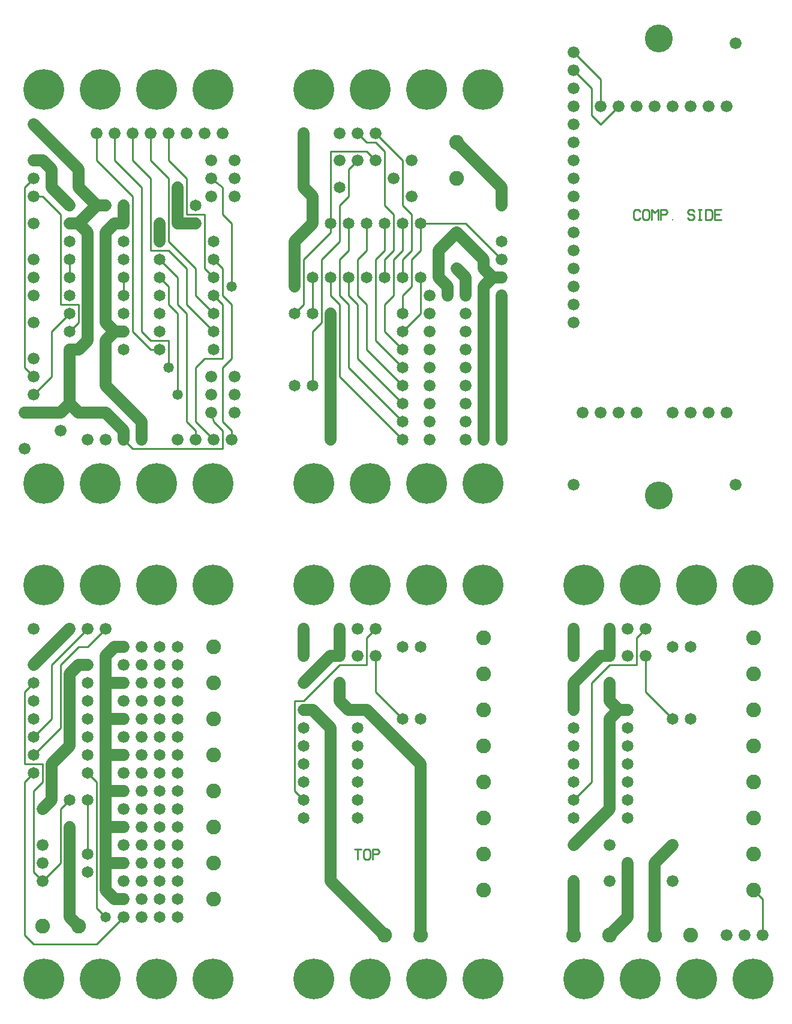
<source format=gtl>
%MOIN*%
%FSLAX25Y25*%
G04 D10 used for Character Trace; *
G04     Circle (OD=.01000) (No hole)*
G04 D11 used for Power Trace; *
G04     Circle (OD=.06700) (No hole)*
G04 D12 used for Signal Trace; *
G04     Circle (OD=.01100) (No hole)*
G04 D13 used for Via; *
G04     Circle (OD=.05800) (Round. Hole ID=.02800)*
G04 D14 used for Component hole; *
G04     Circle (OD=.06500) (Round. Hole ID=.03500)*
G04 D15 used for Component hole; *
G04     Circle (OD=.06600) (Round. Hole ID=.04200)*
G04 D16 used for Component hole; *
G04     Circle (OD=.08200) (Round. Hole ID=.05200)*
G04 D17 used for Component hole; *
G04     Circle (OD=.08900) (Round. Hole ID=.05900)*
G04 D18 used for Component hole; *
G04     Circle (OD=.11600) (Round. Hole ID=.08600)*
G04 D19 used for Component hole; *
G04     Circle (OD=.15500) (Round. Hole ID=.12500)*
G04 D20 used for Component hole; *
G04     Circle (OD=.18200) (Round. Hole ID=.15200)*
G04 D21 used for Component hole; *
G04     Circle (OD=.22600) (Round. Hole ID=.19600)*
%ADD10C,.01000*%
%ADD11C,.06700*%
%ADD12C,.01100*%
%ADD13C,.05800*%
%ADD14C,.06500*%
%ADD15C,.06600*%
%ADD16C,.08200*%
%ADD17C,.08900*%
%ADD18C,.11600*%
%ADD19C,.15500*%
%ADD20C,.18200*%
%ADD21C,.22600*%
%IPPOS*%
%LPD*%
G90*X0Y0D02*D21*X15625Y15625D03*D12*              
X10000Y35000D02*X45000D01*X60000Y50000D01*D15*D03*
X70000Y60000D03*Y50000D03*X60000Y60000D03*D11*    
X55000D01*X50000Y65000D01*Y80000D01*X60000D01*D15*
D03*X70000Y70000D03*Y90000D03*Y80000D03*          
X60000Y90000D03*D11*X50000Y80000D02*Y100000D01*   
D14*D03*D11*X60000D01*D15*D03*X70000Y110000D03*   
Y100000D03*X60000Y110000D03*D11*X50000Y100000D02* 
Y120000D01*X60000D01*D15*D03*X70000Y130000D03*    
Y120000D03*X60000Y130000D03*D11*X50000Y120000D02* 
Y140000D01*X60000D01*D15*D03*X70000Y150000D03*    
Y140000D03*X60000Y150000D03*D11*X50000Y140000D02* 
Y160000D01*X60000D01*D15*D03*X70000Y170000D03*    
Y160000D03*X60000Y170000D03*D11*X50000Y160000D02* 
Y180000D01*X60000D01*D15*D03*X70000Y190000D03*    
Y180000D03*X60000Y190000D03*D11*X50000Y180000D02* 
Y195000D01*X55000Y200000D01*X60000D01*D15*D03*    
X50000Y210000D03*D12*X40000Y200000D01*X35000D01*  
X25000Y190000D01*Y155000D01*X10000Y140000D01*D14* 
D03*D12*X15000Y125000D02*Y135000D01*              
X10000Y120000D02*X15000Y125000D01*X10000Y75000D02*
Y120000D01*X15000Y70000D02*X10000Y75000D01*D15*   
X15000Y70000D03*D12*X25000Y80000D01*Y110000D01*   
X30000Y115000D01*D14*D03*X40000D03*D12*Y85000D01* 
D14*D03*Y75000D03*X30000Y100000D03*D11*Y50000D01* 
X35000Y45000D01*D16*D03*D12*X50000Y50000D02*      
X45000Y55000D01*D13*X50000Y50000D03*D12*          
X45000Y55000D02*Y125000D01*X40000Y130000D01*D14*  
D03*Y140000D03*D11*X20000Y135000D02*              
X30000Y145000D01*X20000Y115000D02*Y135000D01*     
X15000Y110000D02*X20000Y115000D01*D15*            
X15000Y110000D03*D12*X5000Y40000D02*Y125000D01*   
X10000Y35000D02*X5000Y40000D01*D16*               
X15000Y45000D03*D21*X46875Y15625D03*D15*          
X15000Y80000D03*D12*X55000Y60000D02*X60000D01*D15*
Y70000D03*D14*X80000Y80000D03*Y50000D03*Y60000D03*
Y70000D03*X90000Y90000D03*X80000D03*              
X90000Y50000D03*Y60000D03*Y70000D03*Y80000D03*    
Y100000D03*X80000D03*D15*X15000Y90000D03*D21*     
X78125Y15625D03*X109375D03*D14*X90000Y110000D03*  
X80000D03*D16*X110000Y60000D03*Y80000D03*         
Y100000D03*Y120000D03*D14*X90000D03*X80000D03*D12*
X5000Y125000D02*X10000Y130000D01*D14*D03*D12*     
X5000Y135000D02*X15000D01*X5000D02*Y175000D01*    
X10000Y180000D01*D14*D03*D12*X20000Y160000D02*    
Y190000D01*X10000Y150000D02*X20000Y160000D01*D14* 
X10000Y150000D03*Y160000D03*D11*X30000Y145000D02* 
Y185000D01*X35000Y190000D01*X40000D01*D14*D03*    
Y180000D03*D15*Y210000D03*D12*X20000Y190000D01*   
D14*X10000D03*D11*X30000Y210000D01*D15*D03*       
X10000D03*D21*X46875Y234375D03*X15625D03*D14*     
X10000Y170000D03*D15*X70000Y200000D03*D14*        
X40000Y170000D03*X80000Y160000D03*Y170000D03*     
Y180000D03*Y190000D03*Y200000D03*X40000Y160000D03*
D21*X78125Y234375D03*D14*X90000Y150000D03*        
Y160000D03*Y170000D03*Y180000D03*Y190000D03*      
Y200000D03*X40000Y150000D03*X80000D03*Y140000D03* 
X90000D03*D16*X110000D03*Y160000D03*Y180000D03*   
Y200000D03*D21*X109375Y234375D03*D14*             
X80000Y130000D03*X90000D03*G90*X0Y0D02*D12*       
X160000Y115000D02*X155000Y120000D01*D14*          
X160000Y115000D03*D12*X155000Y120000D02*          
Y170000D01*X160000D01*X180000Y190000D01*          
X195000D01*Y205000D01*X200000Y210000D01*D15*D03*  
X190000D03*D14*X215000Y200000D03*D15*             
X190000Y195000D03*X200000D03*D12*Y175000D01*      
X215000Y160000D01*D14*D03*X225000D03*D11*         
Y135000D02*X195000Y165000D01*X225000Y40000D02*    
Y135000D01*D16*Y40000D03*X205000D03*D11*          
X175000Y70000D01*Y155000D01*X165000Y165000D01*    
X160000D01*D14*D03*Y155000D03*Y180000D03*D11*     
X175000Y195000D01*X180000D01*D15*D03*D11*         
Y210000D01*D15*D03*X160000D03*D11*Y195000D01*D15* 
D03*D14*X180000Y180000D03*D11*Y170000D01*         
X185000Y165000D01*X190000D01*D14*D03*D11*         
X195000D01*D14*X190000Y155000D03*Y145000D03*      
Y135000D03*X225000Y200000D03*X160000Y145000D03*   
Y135000D03*Y125000D03*X190000D03*Y115000D03*      
X160000Y105000D03*X190000D03*D16*X260000D03*      
Y125000D03*Y145000D03*Y165000D03*Y185000D03*      
Y205000D03*D21*X259375Y234375D03*X228125D03*      
X196875D03*X165625D03*D10*X190000Y82129D02*       
Y87871D01*X188326D02*X191674D01*X196674Y83086D02* 
X195837Y82129D01*X194163D01*X193326Y83086D01*     
Y86914D01*X194163Y87871D01*X195837D01*            
X196674Y86914D01*Y83086D01*X198326Y82129D02*      
Y87871D01*X200837D01*X201674Y86914D01*Y85957D01*  
X200837Y85000D01*X198326D01*D16*X260000D03*       
Y65000D03*D21*X165625Y15625D03*X196875D03*        
X228125D03*X259375D03*G90*X0Y0D02*D16*            
X310000Y40000D03*D11*Y70000D01*D14*D03*D15*       
X330000Y90000D03*Y70000D03*D14*X310000Y90000D03*  
D11*X330000Y110000D01*Y160000D01*                 
X335000Y165000D01*X340000D01*D14*D03*D11*         
X335000D02*X330000Y170000D01*Y180000D01*D14*D03*  
D12*X320000D02*X330000Y190000D01*                 
X320000Y125000D02*Y180000D01*X310000Y115000D02*   
X320000Y125000D01*D14*X310000Y115000D03*          
Y125000D03*Y105000D03*Y135000D03*                 
X340000Y145000D03*Y105000D03*Y115000D03*          
X310000Y145000D03*X340000Y125000D03*Y135000D03*   
D15*Y80000D03*D11*Y50000D01*X330000Y40000D01*D16* 
D03*D21*X315625Y15625D03*D16*X355000Y40000D03*D11*
Y80000D01*X365000Y90000D01*D15*D03*Y70000D03*D16* 
X410000Y65000D03*D12*X415000Y60000D01*Y40000D01*  
D15*D03*X405000D03*X395000D03*D21*                
X409375Y15625D03*X378125D03*D16*X375000Y40000D03* 
X410000Y85000D03*Y105000D03*D21*X346875Y15625D03* 
D16*X410000Y125000D03*Y145000D03*D14*             
X340000Y155000D03*X310000D03*X375000Y160000D03*   
X365000D03*D12*X350000Y175000D01*Y195000D01*D15*  
D03*D12*X330000Y190000D02*X345000D01*D11*         
X310000Y180000D02*X325000Y195000D01*D14*          
X310000Y180000D03*D11*Y165000D01*D14*D03*D15*     
X340000Y195000D03*X330000D03*D11*X325000D01*      
X330000D02*Y210000D01*D15*D03*X340000D03*D12*     
X345000Y190000D02*Y205000D01*X350000Y210000D01*   
D15*D03*D14*X365000Y200000D03*X375000D03*D21*     
X346875Y234375D03*X378125D03*X315625D03*D15*      
X310000Y210000D03*D11*Y195000D01*D15*D03*D16*     
X410000Y165000D03*Y185000D03*Y205000D03*D21*      
X409375Y234375D03*G90*X0Y0D02*X109375Y290625D03*  
X78125D03*X46875D03*X15625D03*D12*                
X65000Y310000D02*X115000D01*X65000D02*            
X60000Y315000D01*D15*D03*D11*Y320000D01*          
X50000Y330000D01*X35000D01*X30000Y335000D01*      
X25000Y330000D01*X5000D01*D15*D03*                
X10000Y340000D03*D12*X20000Y350000D01*Y375000D01* 
X30000Y385000D01*D14*D03*D12*Y375000D02*          
X35000Y380000D01*D14*X30000Y375000D03*D12*        
X35000Y380000D02*Y390000D01*X25000D01*Y440000D01* 
X15000Y450000D01*X10000D01*D15*D03*D12*           
X5000Y355000D02*Y455000D01*X10000Y350000D02*      
X5000Y355000D01*D15*X10000Y350000D03*Y360000D03*  
D11*X30000Y335000D02*Y365000D01*D14*D03*D11*      
X35000D01*X40000Y370000D01*Y430000D01*            
X35000Y435000D01*X30000D01*D14*D03*D11*X35000D02* 
X45000Y445000D01*X50000D01*D14*D03*D11*X45000D02* 
X35000Y455000D01*Y465000D01*X10000Y490000D01*D15* 
D03*D21*X15625Y509375D03*D15*X10000Y470000D03*D11*
X15000D01*X20000Y465000D01*Y455000D01*            
X30000Y445000D01*D14*D03*D11*X50000Y380000D02*    
Y430000D01*X55000Y375000D02*X50000Y380000D01*     
Y370000D02*X55000Y375000D01*X50000Y345000D02*     
Y370000D01*X70000Y325000D02*X50000Y345000D01*     
X70000Y315000D02*Y325000D01*D15*Y315000D03*       
X90000D03*X50000D03*D13*X90000Y340000D03*D12*     
Y385000D01*X85000Y390000D01*Y400000D01*           
X80000Y405000D01*D14*D03*D12*X90000Y390000D02*    
Y405000D01*X95000Y385000D02*X90000Y390000D01*     
X95000Y325000D02*Y385000D01*X100000Y320000D02*    
X95000Y325000D01*X100000Y315000D02*Y320000D01*D15*
Y315000D03*D12*X115000Y320000D02*                 
X110000Y325000D01*X115000Y310000D02*Y320000D01*   
D15*X120000Y315000D03*D12*Y320000D01*             
X115000Y325000D01*Y355000D01*X120000Y360000D01*   
Y390000D01*X115000Y395000D01*Y410000D01*          
X110000Y415000D01*D14*D03*D12*Y405000D02*         
X105000Y410000D01*D14*X110000Y405000D03*D12*      
X105000Y410000D02*Y440000D01*X95000D01*Y460000D01*
X85000Y470000D01*Y485000D01*D15*D03*X95000D03*    
X75000D03*D12*Y470000D01*X85000Y460000D01*        
Y425000D01*X100000Y410000D01*Y395000D01*          
X110000Y385000D01*D14*D03*D12*X115000Y360000D02*  
Y390000D01*X105000Y360000D02*X115000D01*          
X100000Y355000D02*X105000Y360000D01*              
X100000Y325000D02*Y355000D01*X110000Y315000D02*   
X100000Y325000D01*D15*X110000Y315000D03*D12*      
Y325000D02*X108500Y330000D01*D15*D03*             
X121500Y340000D03*Y330000D03*X108500Y340000D03*   
X121500Y350000D03*X108500D03*D13*X85000Y355000D03*
D12*Y370000D01*X75000D01*X70000Y375000D01*        
Y455000D01*X55000Y470000D01*Y485000D01*D15*D03*   
X65000D03*D12*Y470000D01*X75000Y460000D01*        
Y420000D01*X85000D01*X95000Y410000D01*Y390000D01* 
X110000Y375000D01*D14*D03*Y365000D03*D12*         
X115000Y390000D02*X110000Y395000D01*D14*D03*D13*  
X120000Y400000D03*D12*Y435000D01*                 
X115000Y440000D01*Y455000D01*X108500Y460000D01*   
D15*D03*X121500Y450000D03*Y470000D03*Y460000D03*  
X108500Y470000D03*Y450000D03*D14*                 
X100000Y445000D03*D13*X90000Y455000D03*D11*       
Y435000D01*X100000D01*D14*D03*X110000Y425000D03*  
X80000Y415000D03*D12*X90000Y405000D01*D14*        
X80000Y395000D03*Y385000D03*Y425000D03*D11*       
Y435000D01*D14*D03*D12*X65000Y375000D02*          
Y450000D01*X75000Y365000D02*X65000Y375000D01*     
X75000Y365000D02*X80000D01*D14*D03*Y375000D03*    
X60000Y385000D03*Y375000D03*D11*X55000D01*D14*    
X60000Y365000D03*Y395000D03*D12*Y405000D01*D14*   
D03*Y415000D03*Y425000D03*D11*X50000Y430000D02*   
X55000Y435000D01*X60000D01*D14*D03*D11*Y445000D01*
D14*D03*D12*X65000Y450000D02*X45000Y470000D01*    
Y485000D01*D15*D03*D21*X46875Y509375D03*X78125D03*
D15*X10000Y460000D03*D12*X5000Y455000D01*D15*     
X10000Y435000D03*D14*X30000Y425000D03*D15*        
X10000Y415000D03*D14*X30000D03*D12*Y405000D01*D14*
D03*Y395000D03*D15*X10000Y405000D03*Y395000D03*   
Y380000D03*X105000Y485000D03*X25000Y320000D03*    
X115000Y485000D03*X40000Y315000D03*               
X5000Y310000D03*D21*X109375Y509375D03*G90*X0Y0D02*
X259375Y290625D03*X228125D03*X196875D03*          
X165625D03*D15*X270000Y315000D03*D11*Y325000D01*  
D15*D03*D11*Y335000D01*D15*D03*D11*Y345000D01*D15*
D03*D11*Y355000D01*D15*D03*D11*Y365000D01*D15*D03*
D11*Y375000D01*D15*D03*D11*Y385000D01*D15*D03*D11*
Y395000D01*D15*D03*X260000Y385000D03*D11*         
Y375000D01*D15*D03*D11*Y365000D01*D15*D03*D11*    
Y355000D01*D15*D03*D11*Y345000D01*D15*D03*D11*    
Y335000D01*D15*D03*D11*Y325000D01*D15*D03*D11*    
Y315000D01*D15*D03*X250000Y325000D03*Y315000D03*  
Y335000D03*X230000Y345000D03*Y335000D03*          
Y325000D03*Y315000D03*X250000Y345000D03*          
Y355000D03*X230000D03*D14*X215000D03*D12*         
X200000Y370000D01*Y415000D01*X205000Y420000D01*   
Y435000D01*D14*D03*D12*X210000Y420000D02*         
Y440000D01*X205000Y415000D02*X210000Y420000D01*   
X205000Y405000D02*Y415000D01*D14*Y405000D03*D12*  
X215000Y385000D02*Y395000D01*D14*Y385000D03*D12*  
Y365000D02*X205000Y375000D01*D14*                 
X215000Y365000D03*D12*X205000Y375000D02*          
Y390000D01*X210000Y395000D01*Y415000D01*          
X215000Y420000D01*Y435000D01*D14*D03*D12*         
X220000Y420000D02*Y440000D01*X215000Y415000D02*   
X220000Y420000D01*X215000Y405000D02*Y415000D01*   
D14*Y405000D03*D12*Y395000D02*X220000Y400000D01*  
Y415000D01*X225000Y420000D01*Y435000D01*D14*D03*  
D12*X250000D01*X270000Y415000D01*D15*D03*D11*     
X260000Y400000D02*X265000Y405000D01*              
X260000Y385000D02*Y400000D01*D15*                 
X250000Y395000D03*D11*Y405000D01*                 
X245000Y410000D01*D14*D03*D11*X235000Y405000D02*  
Y420000D01*X240000Y400000D02*X235000Y405000D01*   
X240000Y395000D02*Y400000D01*D15*Y395000D03*      
X250000Y385000D03*X230000D03*Y395000D03*D14*      
X225000Y405000D03*D12*Y385000D01*                 
X215000Y375000D01*D14*D03*D15*X230000Y365000D03*  
Y375000D03*D12*X195000Y365000D02*Y390000D01*      
X215000Y345000D02*X195000Y365000D01*D14*          
X215000Y345000D03*Y335000D03*D12*                 
X190000Y360000D01*Y390000D01*X185000Y395000D01*   
Y405000D01*D14*D03*D12*X180000Y390000D02*         
X175000Y395000D01*X180000Y350000D02*Y390000D01*   
X215000Y315000D02*X180000Y350000D01*D14*          
X215000Y315000D03*Y325000D03*D12*                 
X185000Y355000D01*Y390000D01*X180000Y395000D01*   
Y415000D01*X185000Y420000D01*Y435000D01*D14*D03*  
D12*X170000Y415000D02*X180000Y425000D01*          
X170000Y380000D02*Y415000D01*X165000Y375000D02*   
X170000Y380000D01*X165000Y345000D02*Y375000D01*   
D14*Y345000D03*X175000Y335000D03*D11*Y325000D01*  
D14*D03*D11*Y315000D01*D14*D03*D11*Y335000D02*    
Y345000D01*D14*D03*D11*Y355000D01*D14*D03*D11*    
Y365000D01*D14*D03*D11*Y375000D01*D14*D03*D11*    
Y385000D01*D14*D03*D12*Y395000D02*Y405000D01*D14* 
D03*X165000D03*D12*Y385000D01*D14*D03*D12*        
X155000D02*X160000Y390000D01*D14*                 
X155000Y385000D03*D12*X160000Y390000D02*          
Y415000D01*X175000Y430000D01*Y435000D01*D14*D03*  
D12*Y475000D01*X195000D01*X200000Y470000D01*D15*  
D03*D12*X205000Y445000D02*Y475000D01*             
X210000Y440000D02*X205000Y445000D01*              
X220000Y440000D02*X215000Y445000D01*Y470000D01*   
X200000Y485000D01*D15*D03*D12*X195000Y480000D02*  
X200000D01*X205000Y475000D01*X195000Y480000D02*   
X190000Y485000D01*D15*D03*X180000D03*Y470000D03*  
X190000D03*D12*X185000Y465000D01*Y450000D01*      
X180000Y445000D01*Y425000D01*X190000Y395000D02*   
Y415000D01*X195000Y390000D02*X190000Y395000D01*   
D14*X195000Y405000D03*D12*X190000Y415000D02*      
X195000Y420000D01*Y435000D01*D14*D03*             
X180000Y455000D03*D15*X210000Y460000D03*          
X220000Y450000D03*D11*X165000Y435000D02*          
Y450000D01*D14*Y435000D03*D11*X155000Y425000D01*  
Y400000D01*D13*D03*D11*X165000Y450000D02*         
X160000Y455000D01*D14*D03*D11*Y470000D01*D15*D03* 
D11*Y485000D01*D15*D03*D21*X165625Y509375D03*     
X196875D03*D15*X220000Y470000D03*D21*             
X228125Y509375D03*D11*X235000Y420000D02*          
X245000Y430000D01*D14*D03*D11*X260000Y415000D01*  
Y410000D01*X265000Y405000D01*X270000D01*D15*D03*  
D14*Y425000D03*D15*X250000Y375000D03*Y365000D03*  
D14*X270000Y445000D03*D11*Y455000D01*             
X245000Y480000D01*D16*D03*Y460000D03*D21*         
X259375Y509375D03*D14*X155000Y345000D03*G90*      
X0Y0D02*D15*X310000Y290000D03*X325000Y330000D03*  
X315000D03*X335000D03*X345000D03*D19*             
X357300Y284100D03*D15*X365000Y330000D03*          
X375000D03*X310000Y380000D03*X385000Y330000D03*   
X310000Y390000D03*X395000Y330000D03*              
X310000Y400000D03*X400000Y290000D03*              
X310000Y410000D03*Y420000D03*Y430000D03*D10*      
X346674Y438086D02*X345837Y437129D01*X344163D01*   
X343326Y438086D01*Y441914D01*X344163Y442871D01*   
X345837D01*X346674Y441914D01*X351674Y438086D02*   
X350837Y437129D01*X349163D01*X348326Y438086D01*   
Y441914D01*X349163Y442871D01*X350837D01*          
X351674Y441914D01*Y438086D01*X353326Y437129D02*   
Y442871D01*X355000Y440957D01*X356674Y442871D01*   
Y437129D01*X358326D02*Y442871D01*X360837D01*      
X361674Y441914D01*Y440957D01*X360837Y440000D01*   
X358326D01*X365000Y437129D03*X376674Y441914D02*   
X375837Y442871D01*X374163D01*X373326Y441914D01*   
Y440957D01*X374163Y440000D01*X375837D01*          
X376674Y439043D01*Y438086D01*X375837Y437129D01*   
X374163D01*X373326Y438086D01*X380000Y437129D02*   
Y442871D01*X379163Y437129D02*X380837D01*          
X379163Y442871D02*X380837D01*X383326Y437129D02*   
Y442871D01*X385837D01*X386674Y441914D01*          
Y438086D01*X385837Y437129D01*X383326D01*          
X391674D02*X388326D01*Y442871D01*X391674D01*      
X388326Y440000D02*X390837D01*D15*X310000D03*      
Y450000D03*Y460000D03*Y470000D03*Y480000D03*D12*  
X325000Y490000D02*X335000Y500000D01*D15*D03*D12*  
X325000Y490000D02*X320000Y495000D01*Y510000D01*   
X310000Y520000D01*D15*D03*Y530000D03*D12*         
X325000Y515000D01*Y500000D01*D15*D03*             
X310000Y510000D03*Y500000D03*Y490000D03*          
X345000Y500000D03*X355000D03*D19*                 
X357300Y537900D03*D15*X365000Y500000D03*          
X375000D03*X385000D03*X395000D03*                 
X400000Y535000D03*M02*                            

</source>
